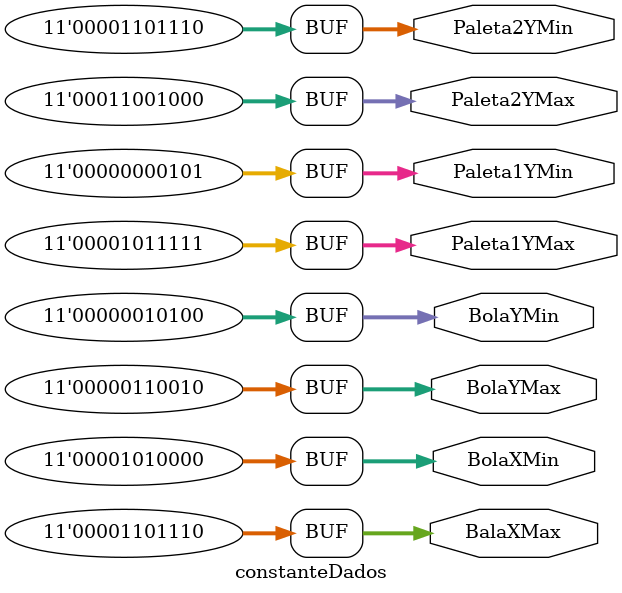
<source format=v>
module constanteDados(output reg[10:0] Paleta1YMax,Paleta1YMin,Paleta2YMax,Paleta2YMin,BalaXMax,BolaXMin,BolaYMax,BolaYMin);
initial Paleta1YMax=95;
initial Paleta1YMin=5;
initial Paleta2YMax=200;
initial Paleta2YMin=110;
initial BalaXMax=110;
initial BolaXMin=80;
initial BolaYMax=50;
initial BolaYMin=20;


endmodule

</source>
